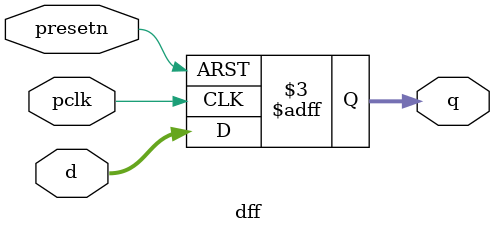
<source format=v>
module dff #(parameter DATA_WIDTH=32)(input pclk,
				      input presetn,
				      input [DATA_WIDTH-1:0] d,
				      output reg [DATA_WIDTH-1:0] q
				      );


always @(posedge pclk,negedge presetn)
begin
if(~presetn)
q <= 0;
else 
q <= d;
end

endmodule

</source>
